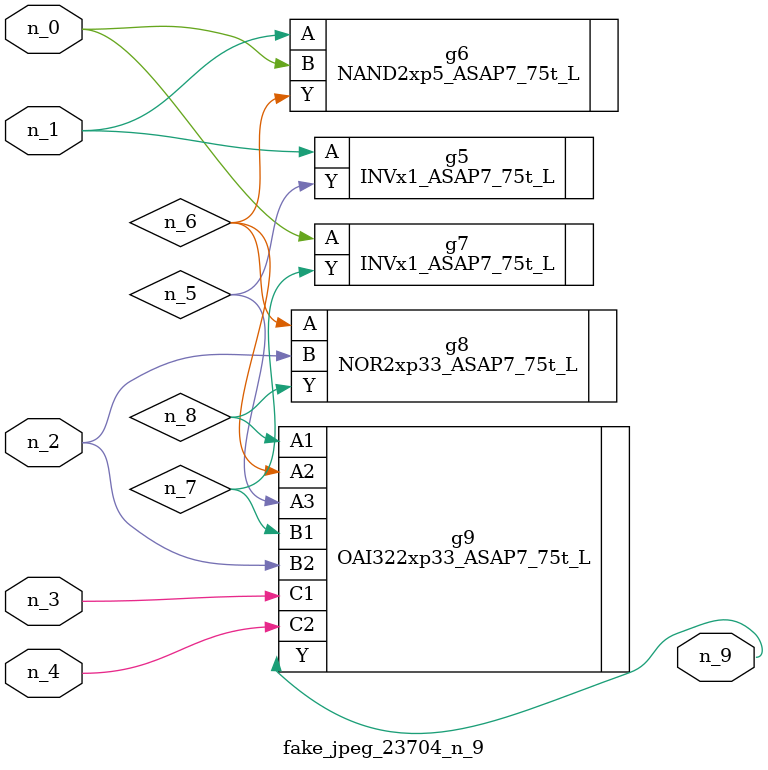
<source format=v>
module fake_jpeg_23704_n_9 (n_3, n_2, n_1, n_0, n_4, n_9);

input n_3;
input n_2;
input n_1;
input n_0;
input n_4;

output n_9;

wire n_8;
wire n_6;
wire n_5;
wire n_7;

INVx1_ASAP7_75t_L g5 ( 
.A(n_1),
.Y(n_5)
);

NAND2xp5_ASAP7_75t_L g6 ( 
.A(n_1),
.B(n_0),
.Y(n_6)
);

INVx1_ASAP7_75t_L g7 ( 
.A(n_0),
.Y(n_7)
);

NOR2xp33_ASAP7_75t_L g8 ( 
.A(n_6),
.B(n_2),
.Y(n_8)
);

OAI322xp33_ASAP7_75t_L g9 ( 
.A1(n_8),
.A2(n_6),
.A3(n_5),
.B1(n_7),
.B2(n_2),
.C1(n_3),
.C2(n_4),
.Y(n_9)
);


endmodule
</source>
